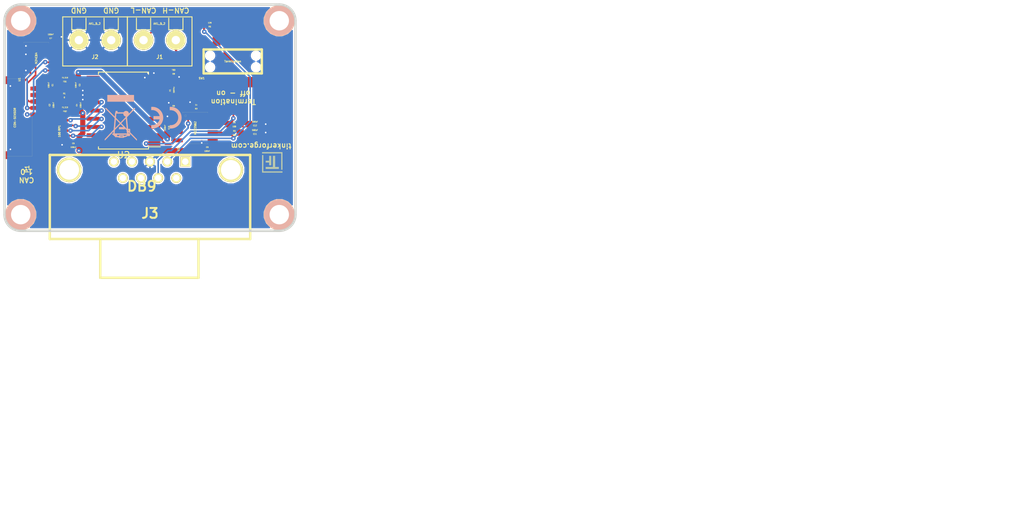
<source format=kicad_pcb>
(kicad_pcb (version 4) (host pcbnew "(2015-03-18 BZR 5525)-product")
  (title_block (title "CAN Bricklet") (date "Di 17 Nov 2015") (rev 1.0) (company "Tinkerforge GmbH") (comment 1 "Licensed under CERN OHL v.1.1") (comment 2 "Copyright (©) 2015, B.Nordmeyer <bastian@tinkerforge.com>"))
  (layers (0 Vorderseite signal) (31 Rückseite signal) (34 B.Paste user) (35 F.Paste user) (36 B.SilkS user) (37 F.SilkS user) (38 B.Mask user) (39 F.Mask user) (44 Edge.Cuts user))
  (net 0 "")
  (net 1 GND)
  (net 2 SCL)
  (net 3 SDA)
  (net 4 VCC)
  (net 5 "Net-(C1-Pad2)")
  (net 6 "Net-(C8-Pad1)")
  (net 7 "Net-(J1-Pad2)")
  (net 8 "Net-(P1-Pad6)")
  (net 9 "Net-(P1-Pad7)")
  (net 10 "Net-(P1-Pad8)")
  (net 11 "Net-(P1-Pad9)")
  (net 12 "Net-(P1-Pad10)")
  (net 13 "Net-(C1-Pad1)")
  (net 14 +5V)
  (net 15 "Net-(C6-Pad1)")
  (net 16 "Net-(C11-Pad1)")
  (net 17 "Net-(C12-Pad1)")
  (net 18 "Net-(J1-Pad1)")
  (net 19 "Net-(R2-Pad2)")
  (net 20 "Net-(U2-Pad1)")
  (net 21 "Net-(U2-Pad2)")
  (net 22 "Net-(RP1-Pad1)")
  (net 23 "Net-(RP1-Pad2)")
  (net 24 "Net-(RP1-Pad3)")
  (net 25 "Net-(RP1-Pad4)")
  (net 26 "Net-(R5-Pad2)")
  (net 27 3V3)
  (module Logo_31x31 (layer Vorderseite) (at 168.3 109.1 180)
    (fp_text reference G*** hide)
    (fp_text value Logo_31x31 hide)
  )
  (module Fiducial_Mark (layer Vorderseite) (at 132.8 85.6)
    (fp_text reference Fiducial_Mark hide)
    (fp_text value VAL** hide)
    (pad 1 smd circle (at 0 0) (size 1.00076 1.00076) (layers Vorderseite F.Mask) (clearance 0.65024))
  )
  (module Fiducial_Mark (layer Vorderseite) (at 167.8 110.6)
    (fp_text reference Fiducial_Mark hide)
    (fp_text value VAL** hide)
    (pad 1 smd circle (at 0 0) (size 1.00076 1.00076) (layers Vorderseite F.Mask) (clearance 0.65024))
  )
  (module Fiducial_Mark (layer Vorderseite) (at 162.8 85.6)
    (fp_text reference Fiducial_Mark hide)
    (fp_text value VAL** hide)
    (pad 1 smd circle (at 0 0) (size 1.00076 1.00076) (layers Vorderseite F.Mask) (clearance 0.65024))
  )
  (module WEEE_7mm (layer Rückseite) (at 143.3 100.6 180)
    (fp_text reference VAL hide)
    (fp_text value WEEE_7mm hide)
  )
  (module CE_5mm (layer Rückseite) (at 150.3 100.6 180)
    (fp_text reference VAL hide)
    (fp_text value CE_5mm hide)
  )
  (module kicad-libraries:AKL_5_2 (layer Vorderseite) (at 149.3 88.6)
    (fp_text reference J1 (at 0 2.60096) (layer F.SilkS) (effects (font (size 0.59944 0.59944) (thickness 0.12446))))
    (fp_text value AKL_5_2 (at -0.0508 -2.55016) (layer F.SilkS) (effects (font (size 0.29972 0.29972) (thickness 0.0762))))
    (pad 1 thru_hole circle (at -2.49936 0) (size 2.99974 2.99974) (drill 1.30048) (layers *.Cu *.Mask F.SilkS) (net 18 "Net-(J1-Pad1)"))
    (pad 2 thru_hole circle (at 2.49936 0) (size 2.99974 2.99974) (drill 1.30048) (layers *.Cu *.Mask F.SilkS) (net 7 "Net-(J1-Pad2)"))
  )
  (module kicad-libraries:AKL_5_2 (layer Vorderseite) (at 139.3 88.6)
    (fp_text reference J2 (at 0 2.60096) (layer F.SilkS) (effects (font (size 0.59944 0.59944) (thickness 0.12446))))
    (fp_text value AKL_5_2 (at -0.0508 -2.55016) (layer F.SilkS) (effects (font (size 0.29972 0.29972) (thickness 0.0762))))
    (pad 1 thru_hole circle (at -2.49936 0) (size 2.99974 2.99974) (drill 1.30048) (layers *.Cu *.Mask F.SilkS) (net 1 GND))
    (pad 2 thru_hole circle (at 2.49936 0) (size 2.99974 2.99974) (drill 1.30048) (layers *.Cu *.Mask F.SilkS) (net 1 GND))
  )
  (module kicad-libraries:SUB09-EU (layer Vorderseite) (at 147.8 107.4 180)
    (fp_text reference J3 (at 0 -8.001 180) (layer F.SilkS) (effects (font (thickness 0.3048))))
    (fp_text value DB9 (at 1.27 -3.81 180) (layer F.SilkS) (effects (font (thickness 0.3048))))
    (pad "" thru_hole circle (at 12.49934 -1.27 180) (size 3.81 3.81) (drill 3.048) (layers *.Cu *.Mask F.SilkS))
    (pad "" thru_hole circle (at -12.49934 -1.27 180) (size 3.81 3.81) (drill 3.048) (layers *.Cu *.Mask F.SilkS))
    (pad 1 thru_hole rect (at -5.461 0 180) (size 1.524 1.524) (drill 1.016) (layers *.Cu *.Mask F.SilkS))
    (pad 2 thru_hole circle (at -2.667 0 180) (size 1.524 1.524) (drill 1.016) (layers *.Cu *.Mask F.SilkS) (net 18 "Net-(J1-Pad1)"))
    (pad 3 thru_hole circle (at 0 0 180) (size 1.524 1.524) (drill 1.016) (layers *.Cu *.Mask F.SilkS) (net 1 GND))
    (pad 4 thru_hole circle (at 2.794 0 180) (size 1.524 1.524) (drill 1.016) (layers *.Cu *.Mask F.SilkS))
    (pad 5 thru_hole circle (at 5.588 0 180) (size 1.524 1.524) (drill 1.016) (layers *.Cu *.Mask F.SilkS))
    (pad 6 thru_hole circle (at -4.064 -2.54 180) (size 1.524 1.524) (drill 1.016) (layers *.Cu *.Mask F.SilkS))
    (pad 7 thru_hole circle (at -1.27 -2.54 180) (size 1.524 1.524) (drill 1.016) (layers *.Cu *.Mask F.SilkS) (net 7 "Net-(J1-Pad2)"))
    (pad 8 thru_hole circle (at 1.397 -2.54 180) (size 1.524 1.524) (drill 1.016) (layers *.Cu *.Mask F.SilkS))
    (pad 9 thru_hole circle (at 4.191 -2.54 180) (size 1.524 1.524) (drill 1.016) (layers *.Cu *.Mask F.SilkS))
  )
  (module kicad-libraries:CON-SENSOR (layer Vorderseite) (at 125.3 100.6 270)
    (fp_text reference P1 (at 7.9502 -3.50012 270) (layer F.SilkS) (effects (font (size 0.59944 0.59944) (thickness 0.12446))))
    (fp_text value CON-SENSOR (at 0 -1.6002 270) (layer F.SilkS) (effects (font (size 0.29972 0.29972) (thickness 0.07112))))
    (pad 1 smd rect (at -4.50088 -4.7752 270) (size 0.59944 1.5494) (layers Vorderseite F.Paste F.Mask) (net 5 "Net-(C1-Pad2)"))
    (pad 2 smd rect (at -3.50012 -4.7752 270) (size 0.59944 1.5494) (layers Vorderseite F.Paste F.Mask) (net 13 "Net-(C1-Pad1)"))
    (pad 3 smd rect (at -2.49936 -4.7752 270) (size 0.59944 1.5494) (layers Vorderseite F.Paste F.Mask) (net 27 3V3))
    (pad 4 smd rect (at -1.50114 -4.7752 270) (size 0.59944 1.5494) (layers Vorderseite F.Paste F.Mask) (net 2 SCL))
    (pad 5 smd rect (at -0.50038 -4.7752 270) (size 0.59944 1.5494) (layers Vorderseite F.Paste F.Mask) (net 3 SDA))
    (pad 6 smd rect (at 0.50038 -4.7752 270) (size 0.59944 1.5494) (layers Vorderseite F.Paste F.Mask) (net 8 "Net-(P1-Pad6)"))
    (pad 7 smd rect (at 1.50114 -4.7752 270) (size 0.59944 1.5494) (layers Vorderseite F.Paste F.Mask) (net 9 "Net-(P1-Pad7)"))
    (pad 8 smd rect (at 2.49936 -4.7752 270) (size 0.59944 1.5494) (layers Vorderseite F.Paste F.Mask) (net 10 "Net-(P1-Pad8)"))
    (pad 9 smd rect (at 3.50012 -4.7752 270) (size 0.59944 1.5494) (layers Vorderseite F.Paste F.Mask) (net 11 "Net-(P1-Pad9)"))
    (pad 10 smd rect (at 4.50088 -4.7752 270) (size 0.59944 1.5494) (layers Vorderseite F.Paste F.Mask) (net 12 "Net-(P1-Pad10)"))
    (pad EP smd rect (at -5.79882 -0.89916 270) (size 1.19888 1.80086) (layers Vorderseite F.Paste F.Mask) (net 1 GND))
    (pad EP smd rect (at 5.79882 -0.89916 270) (size 1.19888 1.80086) (layers Vorderseite F.Paste F.Mask) (net 1 GND))
  )
  (module kicad-libraries:0603X4 (layer Vorderseite) (at 133.8 102.2 270)
    (fp_text reference RP1 (at 0 0 270) (layer F.SilkS) (effects (font (size 0.29972 0.29972) (thickness 0.0762))))
    (fp_text value 100 (at 1.00076 0 270) (layer F.SilkS) (effects (font (size 0.29972 0.29972) (thickness 0.0762))))
    (pad 1 smd rect (at 1.19888 -0.8509 270) (size 0.44958 0.89916) (layers Vorderseite F.Paste F.Mask) (net 22 "Net-(RP1-Pad1)"))
    (pad 2 smd rect (at 0.39878 -0.8509 270) (size 0.44958 0.89916) (layers Vorderseite F.Paste F.Mask) (net 23 "Net-(RP1-Pad2)"))
    (pad 3 smd rect (at -0.39878 -0.8509 270) (size 0.44958 0.89916) (layers Vorderseite F.Paste F.Mask) (net 24 "Net-(RP1-Pad3)"))
    (pad 4 smd rect (at -1.19888 -0.8509 270) (size 0.44958 0.89916) (layers Vorderseite F.Paste F.Mask) (net 25 "Net-(RP1-Pad4)"))
    (pad 5 smd rect (at -1.19888 0.8509 270) (size 0.44958 0.89916) (layers Vorderseite F.Paste F.Mask) (net 9 "Net-(P1-Pad7)"))
    (pad 6 smd rect (at -0.39878 0.8509 270) (size 0.44958 0.89916) (layers Vorderseite F.Paste F.Mask) (net 10 "Net-(P1-Pad8)"))
    (pad 7 smd rect (at 0.39878 0.8509 270) (size 0.44958 0.89916) (layers Vorderseite F.Paste F.Mask) (net 11 "Net-(P1-Pad9)"))
    (pad 8 smd rect (at 1.19888 0.8509 270) (size 0.44958 0.89916) (layers Vorderseite F.Paste F.Mask) (net 12 "Net-(P1-Pad10)"))
  )
  (module kicad-libraries:SOIC8 (layer Vorderseite) (at 130.2 91.4 270)
    (fp_text reference U1 (at 3.29946 2.60096 270) (layer F.SilkS) (effects (font (size 0.29972 0.29972) (thickness 0.0762))))
    (fp_text value M24C64 (at 0 0 270) (layer F.SilkS) (effects (font (size 0.29972 0.29972) (thickness 0.0762))))
    (pad 1 smd rect (at -1.90246 2.69748 90) (size 0.59944 1.5494) (layers Vorderseite F.Paste F.Mask) (net 1 GND))
    (pad 2 smd rect (at -0.63246 2.69748 90) (size 0.59944 1.5494) (layers Vorderseite F.Paste F.Mask) (net 1 GND))
    (pad 3 smd rect (at 0.63246 2.69748 90) (size 0.59944 1.5494) (layers Vorderseite F.Paste F.Mask) (net 8 "Net-(P1-Pad6)"))
    (pad 4 smd rect (at 1.90246 2.69748 90) (size 0.59944 1.5494) (layers Vorderseite F.Paste F.Mask) (net 1 GND))
    (pad 5 smd rect (at 1.90246 -2.69748 270) (size 0.59944 1.5494) (layers Vorderseite F.Paste F.Mask) (net 3 SDA))
    (pad 6 smd rect (at 0.63246 -2.69748 270) (size 0.59944 1.5494) (layers Vorderseite F.Paste F.Mask) (net 2 SCL))
    (pad 7 smd rect (at -0.63246 -2.69748 270) (size 0.59944 1.5494) (layers Vorderseite F.Paste F.Mask))
    (pad 8 smd rect (at -1.90246 -2.69748 270) (size 0.59944 1.5494) (layers Vorderseite F.Paste F.Mask) (net 27 3V3))
  )
  (module kicad-libraries:SOIC-18 (layer Vorderseite) (at 143.7 99.5 180)
    (fp_text reference U2 (at 0 -6.875 180) (layer F.SilkS))
    (fp_text value MCP2515)
    (pad 1 smd rect (at -4.7 -5.08 180) (size 2 0.6) (layers Vorderseite F.Paste F.Mask) (net 20 "Net-(U2-Pad1)"))
    (pad 2 smd rect (at -4.7 -3.81 180) (size 2 0.6) (layers Vorderseite F.Paste F.Mask) (net 21 "Net-(U2-Pad2)"))
    (pad 3 smd rect (at -4.7 -2.54 180) (size 2 0.6) (layers Vorderseite F.Paste F.Mask))
    (pad 4 smd rect (at -4.7 -1.27 180) (size 2 0.6) (layers Vorderseite F.Paste F.Mask))
    (pad 5 smd rect (at -4.7 0 180) (size 2 0.6) (layers Vorderseite F.Paste F.Mask))
    (pad 6 smd rect (at -4.7 1.27 180) (size 2 0.6) (layers Vorderseite F.Paste F.Mask))
    (pad 7 smd rect (at -4.7 2.54 180) (size 2 0.6) (layers Vorderseite F.Paste F.Mask) (net 15 "Net-(C6-Pad1)"))
    (pad 8 smd rect (at -4.7 3.81 180) (size 2 0.6) (layers Vorderseite F.Paste F.Mask) (net 6 "Net-(C8-Pad1)"))
    (pad 9 smd rect (at -4.7 5.08 180) (size 2 0.6) (layers Vorderseite F.Paste F.Mask) (net 1 GND))
    (pad 10 smd rect (at 4.7 5.08 180) (size 2 0.6) (layers Vorderseite F.Paste F.Mask))
    (pad 11 smd rect (at 4.7 3.81 180) (size 2 0.6) (layers Vorderseite F.Paste F.Mask))
    (pad 12 smd rect (at 4.7 2.54 180) (size 2 0.6) (layers Vorderseite F.Paste F.Mask))
    (pad 13 smd rect (at 4.7 1.27 180) (size 2 0.6) (layers Vorderseite F.Paste F.Mask) (net 25 "Net-(RP1-Pad4)"))
    (pad 14 smd rect (at 4.7 0 180) (size 2 0.6) (layers Vorderseite F.Paste F.Mask) (net 24 "Net-(RP1-Pad3)"))
    (pad 15 smd rect (at 4.7 -1.27 180) (size 2 0.6) (layers Vorderseite F.Paste F.Mask) (net 23 "Net-(RP1-Pad2)"))
    (pad 16 smd rect (at 4.7 -2.54 180) (size 2 0.6) (layers Vorderseite F.Paste F.Mask) (net 22 "Net-(RP1-Pad1)"))
    (pad 17 smd rect (at 4.7 -3.81 180) (size 2 0.6) (layers Vorderseite F.Paste F.Mask))
    (pad 18 smd rect (at 4.7 -5.08 180) (size 2 0.6) (layers Vorderseite F.Paste F.Mask) (net 4 VCC))
  )
  (module kicad-libraries:SOIC8 (layer Vorderseite) (at 154.8 102.2 270)
    (fp_text reference U3 (at 3.29946 2.60096 270) (layer F.SilkS) (effects (font (size 0.29972 0.29972) (thickness 0.0762))))
    (fp_text value MCP2562 (at 0 0 270) (layer F.SilkS) (effects (font (size 0.29972 0.29972) (thickness 0.0762))))
    (pad 1 smd rect (at -1.90246 2.69748 90) (size 0.59944 1.5494) (layers Vorderseite F.Paste F.Mask) (net 20 "Net-(U2-Pad1)"))
    (pad 2 smd rect (at -0.63246 2.69748 90) (size 0.59944 1.5494) (layers Vorderseite F.Paste F.Mask) (net 1 GND))
    (pad 3 smd rect (at 0.63246 2.69748 90) (size 0.59944 1.5494) (layers Vorderseite F.Paste F.Mask) (net 14 +5V))
    (pad 4 smd rect (at 1.90246 2.69748 90) (size 0.59944 1.5494) (layers Vorderseite F.Paste F.Mask) (net 21 "Net-(U2-Pad2)"))
    (pad 5 smd rect (at 1.90246 -2.69748 270) (size 0.59944 1.5494) (layers Vorderseite F.Paste F.Mask) (net 4 VCC))
    (pad 6 smd rect (at 0.63246 -2.69748 270) (size 0.59944 1.5494) (layers Vorderseite F.Paste F.Mask) (net 18 "Net-(J1-Pad1)"))
    (pad 7 smd rect (at -0.63246 -2.69748 270) (size 0.59944 1.5494) (layers Vorderseite F.Paste F.Mask) (net 7 "Net-(J1-Pad2)"))
    (pad 8 smd rect (at -1.90246 -2.69748 270) (size 0.59944 1.5494) (layers Vorderseite F.Paste F.Mask) (net 19 "Net-(R2-Pad2)"))
  )
  (module kicad-libraries:DRILL_NP (layer Vorderseite) (at 167.8 115.6 90)
    (fp_text reference U4 hide)
    (fp_text value DRILL hide)
    (pad "" np_thru_hole circle (at 0 0 90) (size 2.99974 2.99974) (drill 2.99974) (layers *.Cu *.Mask F.SilkS) (clearance 0.89916))
  )
  (module kicad-libraries:DRILL_NP (layer Vorderseite) (at 167.8 85.6)
    (fp_text reference U5 hide)
    (fp_text value DRILL hide)
    (pad "" np_thru_hole circle (at 0 0) (size 2.99974 2.99974) (drill 2.99974) (layers *.Cu *.Mask F.SilkS) (clearance 0.89916))
  )
  (module kicad-libraries:DRILL_NP (layer Vorderseite) (at 127.8 115.6 90)
    (fp_text reference U6 hide)
    (fp_text value DRILL hide)
    (pad "" np_thru_hole circle (at 0 0 90) (size 2.99974 2.99974) (drill 2.99974) (layers *.Cu *.Mask F.SilkS) (clearance 0.89916))
  )
  (module kicad-libraries:DRILL_NP (layer Vorderseite) (at 127.8 85.6)
    (fp_text reference U7 hide)
    (fp_text value DRILL hide)
    (pad "" np_thru_hole circle (at 0 0) (size 2.99974 2.99974) (drill 2.99974) (layers *.Cu *.Mask F.SilkS) (clearance 0.89916))
  )
  (module kicad-libraries:CRYSTAL_3225 (layer Vorderseite) (at 151.5 96.3 90)
    (fp_text reference X1 (at -0.1 -0.6 90) (layer F.SilkS) (effects (font (size 0.2 0.2) (thickness 0.05))))
    (fp_text value 16MHz (at 0 0 90) (layer F.SilkS) (effects (font (size 0.2 0.2) (thickness 0.05))))
    (pad 3 smd rect (at -1.09982 -0.8001 90) (size 1.39954 1.15062) (layers Vorderseite F.Paste F.Mask) (net 1 GND))
    (pad 2 smd rect (at 1.09982 -0.8001 90) (size 1.39954 1.15062) (layers Vorderseite F.Paste F.Mask) (net 6 "Net-(C8-Pad1)"))
    (pad 1 smd rect (at -1.09982 0.8001 90) (size 1.39954 1.15062) (layers Vorderseite F.Paste F.Mask) (net 15 "Net-(C6-Pad1)"))
    (pad 3 smd rect (at 1.09982 0.8001 90) (size 1.39954 1.15062) (layers Vorderseite F.Paste F.Mask) (net 1 GND))
  )
  (module kicad-libraries:SLIDE_SWITCH (layer Vorderseite) (at 160.6 91.9)
    (fp_text reference SW1 (at -4.79806 2.60096) (layer F.SilkS) (effects (font (size 0.29972 0.29972) (thickness 0.0762))))
    (fp_text value Termination (at 0 0) (layer F.SilkS) (effects (font (size 0.29972 0.29972) (thickness 0.0762))))
    (pad 6 smd rect (at -2.49936 -3.2004) (size 1.19888 1.6002) (layers Vorderseite F.Paste F.Mask))
    (pad 5 smd rect (at 0 -3.2004) (size 1.19888 1.6002) (layers Vorderseite F.Paste F.Mask))
    (pad 4 smd rect (at 2.49936 -3.2004) (size 1.19888 1.6002) (layers Vorderseite F.Paste F.Mask))
    (pad 3 smd rect (at 2.49936 3.2004) (size 1.19888 1.6002) (layers Vorderseite F.Paste F.Mask))
    (pad 2 smd rect (at 0 3.2004) (size 1.19888 1.6002) (layers Vorderseite F.Paste F.Mask) (net 26 "Net-(R5-Pad2)"))
    (pad 1 smd rect (at -2.49936 3.2004) (size 1.19888 1.6002) (layers Vorderseite F.Paste F.Mask) (net 7 "Net-(J1-Pad2)"))
    (pad "" np_thru_hole circle (at -3.5 -0.9) (size 1.2 1.2) (drill 1.2) (layers *.Cu *.Mask F.SilkS))
    (pad "" np_thru_hole circle (at -3.5 0.9) (size 1.2 1.2) (drill 1.2) (layers *.Cu *.Mask F.SilkS))
    (pad "" np_thru_hole circle (at 3.6 -0.9) (size 1.2 1.2) (drill 1.2) (layers *.Cu *.Mask F.SilkS))
    (pad "" np_thru_hole circle (at 3.6 0.9) (size 1.2 1.2) (drill 1.2) (layers *.Cu *.Mask F.SilkS))
  )
  (module kicad-libraries:0603E (layer Vorderseite) (at 132.5 95.6 90)
    (fp_text reference C1 (at 0.05 0.225 90) (layer F.SilkS) (effects (font (size 0.2 0.2) (thickness 0.05))))
    (fp_text value 100nF (at 0.05 -0.375 90) (layer F.SilkS) (effects (font (size 0.2 0.2) (thickness 0.05))))
    (pad 1 smd rect (at -0.8501 0 90) (size 1.1 1) (layers Vorderseite F.Paste F.Mask) (net 13 "Net-(C1-Pad1)"))
    (pad 2 smd rect (at 0.8501 0 90) (size 1.1 1) (layers Vorderseite F.Paste F.Mask) (net 5 "Net-(C1-Pad2)"))
  )
  (module kicad-libraries:0603E (layer Vorderseite) (at 132.5 98.6 270)
    (fp_text reference C2 (at 0.05 0.225 270) (layer F.SilkS) (effects (font (size 0.2 0.2) (thickness 0.05))))
    (fp_text value 100nF (at 0.05 -0.375 270) (layer F.SilkS) (effects (font (size 0.2 0.2) (thickness 0.05))))
    (pad 1 smd rect (at -0.8501 0 270) (size 1.1 1) (layers Vorderseite F.Paste F.Mask) (net 13 "Net-(C1-Pad1)"))
    (pad 2 smd rect (at 0.8501 0 270) (size 1.1 1) (layers Vorderseite F.Paste F.Mask) (net 27 3V3))
  )
  (module kicad-libraries:0603E (layer Vorderseite) (at 136.7 95.6 90)
    (fp_text reference C3 (at 0.05 0.225 90) (layer F.SilkS) (effects (font (size 0.2 0.2) (thickness 0.05))))
    (fp_text value 100nF (at 0.05 -0.375 90) (layer F.SilkS) (effects (font (size 0.2 0.2) (thickness 0.05))))
    (pad 1 smd rect (at -0.8501 0 90) (size 1.1 1) (layers Vorderseite F.Paste F.Mask) (net 1 GND))
    (pad 2 smd rect (at 0.8501 0 90) (size 1.1 1) (layers Vorderseite F.Paste F.Mask) (net 14 +5V))
  )
  (module kicad-libraries:0603E (layer Vorderseite) (at 136.7 98.6 270)
    (fp_text reference C4 (at 0.05 0.225 270) (layer F.SilkS) (effects (font (size 0.2 0.2) (thickness 0.05))))
    (fp_text value 100nF (at 0.05 -0.375 270) (layer F.SilkS) (effects (font (size 0.2 0.2) (thickness 0.05))))
    (pad 1 smd rect (at -0.8501 0 270) (size 1.1 1) (layers Vorderseite F.Paste F.Mask) (net 1 GND))
    (pad 2 smd rect (at 0.8501 0 270) (size 1.1 1) (layers Vorderseite F.Paste F.Mask) (net 4 VCC))
  )
  (module kicad-libraries:0603E (layer Vorderseite) (at 136 104.8 180)
    (fp_text reference C5 (at 0.05 0.225 180) (layer F.SilkS) (effects (font (size 0.2 0.2) (thickness 0.05))))
    (fp_text value 100nF (at 0.05 -0.375 180) (layer F.SilkS) (effects (font (size 0.2 0.2) (thickness 0.05))))
    (pad 1 smd rect (at -0.8501 0 180) (size 1.1 1) (layers Vorderseite F.Paste F.Mask) (net 4 VCC))
    (pad 2 smd rect (at 0.8501 0 180) (size 1.1 1) (layers Vorderseite F.Paste F.Mask) (net 1 GND))
  )
  (module kicad-libraries:0603E (layer Vorderseite) (at 151.5 99 180)
    (fp_text reference C6 (at 0.05 0.225 180) (layer F.SilkS) (effects (font (size 0.2 0.2) (thickness 0.05))))
    (fp_text value TBD (at 0.05 -0.375 180) (layer F.SilkS) (effects (font (size 0.2 0.2) (thickness 0.05))))
    (pad 1 smd rect (at -0.8501 0 180) (size 1.1 1) (layers Vorderseite F.Paste F.Mask) (net 15 "Net-(C6-Pad1)"))
    (pad 2 smd rect (at 0.8501 0 180) (size 1.1 1) (layers Vorderseite F.Paste F.Mask) (net 1 GND))
  )
  (module kicad-libraries:0603E (layer Vorderseite) (at 132.4 88.1)
    (fp_text reference C7 (at 0.05 0.225) (layer F.SilkS) (effects (font (size 0.2 0.2) (thickness 0.05))))
    (fp_text value 100nF (at 0.05 -0.375) (layer F.SilkS) (effects (font (size 0.2 0.2) (thickness 0.05))))
    (pad 1 smd rect (at -0.8501 0) (size 1.1 1) (layers Vorderseite F.Paste F.Mask) (net 27 3V3))
    (pad 2 smd rect (at 0.8501 0) (size 1.1 1) (layers Vorderseite F.Paste F.Mask) (net 1 GND))
  )
  (module kicad-libraries:0603E (layer Vorderseite) (at 151.4 93.6)
    (fp_text reference C8 (at 0.05 0.225) (layer F.SilkS) (effects (font (size 0.2 0.2) (thickness 0.05))))
    (fp_text value TBD (at 0.05 -0.375) (layer F.SilkS) (effects (font (size 0.2 0.2) (thickness 0.05))))
    (pad 1 smd rect (at -0.8501 0) (size 1.1 1) (layers Vorderseite F.Paste F.Mask) (net 6 "Net-(C8-Pad1)"))
    (pad 2 smd rect (at 0.8501 0) (size 1.1 1) (layers Vorderseite F.Paste F.Mask) (net 1 GND))
  )
  (module kicad-libraries:0603E (layer Vorderseite) (at 156.7 105.4 180)
    (fp_text reference C9 (at 0.05 0.225 180) (layer F.SilkS) (effects (font (size 0.2 0.2) (thickness 0.05))))
    (fp_text value 100nF (at 0.05 -0.375 180) (layer F.SilkS) (effects (font (size 0.2 0.2) (thickness 0.05))))
    (pad 1 smd rect (at -0.8501 0 180) (size 1.1 1) (layers Vorderseite F.Paste F.Mask) (net 4 VCC))
    (pad 2 smd rect (at 0.8501 0 180) (size 1.1 1) (layers Vorderseite F.Paste F.Mask) (net 1 GND))
  )
  (module kicad-libraries:0603E (layer Vorderseite) (at 150.5 102.2 90)
    (fp_text reference C10 (at 0.05 0.225 90) (layer F.SilkS) (effects (font (size 0.2 0.2) (thickness 0.05))))
    (fp_text value 100nF (at 0.05 -0.375 90) (layer F.SilkS) (effects (font (size 0.2 0.2) (thickness 0.05))))
    (pad 1 smd rect (at -0.8501 0 90) (size 1.1 1) (layers Vorderseite F.Paste F.Mask) (net 14 +5V))
    (pad 2 smd rect (at 0.8501 0 90) (size 1.1 1) (layers Vorderseite F.Paste F.Mask) (net 1 GND))
  )
  (module kicad-libraries:0603E (layer Vorderseite) (at 164 102.9)
    (fp_text reference C11 (at 0.05 0.225) (layer F.SilkS) (effects (font (size 0.2 0.2) (thickness 0.05))))
    (fp_text value 560pF (at 0.05 -0.375) (layer F.SilkS) (effects (font (size 0.2 0.2) (thickness 0.05))))
    (pad 1 smd rect (at -0.8501 0) (size 1.1 1) (layers Vorderseite F.Paste F.Mask) (net 16 "Net-(C11-Pad1)"))
    (pad 2 smd rect (at 0.8501 0) (size 1.1 1) (layers Vorderseite F.Paste F.Mask) (net 1 GND))
  )
  (module kicad-libraries:0603E (layer Vorderseite) (at 164 101.6)
    (fp_text reference C12 (at 0.05 0.225) (layer F.SilkS) (effects (font (size 0.2 0.2) (thickness 0.05))))
    (fp_text value 560pF (at 0.05 -0.375) (layer F.SilkS) (effects (font (size 0.2 0.2) (thickness 0.05))))
    (pad 1 smd rect (at -0.8501 0) (size 1.1 1) (layers Vorderseite F.Paste F.Mask) (net 17 "Net-(C12-Pad1)"))
    (pad 2 smd rect (at 0.8501 0) (size 1.1 1) (layers Vorderseite F.Paste F.Mask) (net 1 GND))
  )
  (module kicad-libraries:0603E (layer Vorderseite) (at 134.6 94.8)
    (fp_text reference FB1 (at 0.05 0.225) (layer F.SilkS) (effects (font (size 0.2 0.2) (thickness 0.05))))
    (fp_text value FILTER (at 0.05 -0.375) (layer F.SilkS) (effects (font (size 0.2 0.2) (thickness 0.05))))
    (pad 1 smd rect (at -0.8501 0) (size 1.1 1) (layers Vorderseite F.Paste F.Mask) (net 5 "Net-(C1-Pad2)"))
    (pad 2 smd rect (at 0.8501 0) (size 1.1 1) (layers Vorderseite F.Paste F.Mask) (net 14 +5V))
  )
  (module kicad-libraries:0603E (layer Vorderseite) (at 134.6 99.4)
    (fp_text reference FB2 (at 0.05 0.225) (layer F.SilkS) (effects (font (size 0.2 0.2) (thickness 0.05))))
    (fp_text value FILTER (at 0.05 -0.375) (layer F.SilkS) (effects (font (size 0.2 0.2) (thickness 0.05))))
    (pad 1 smd rect (at -0.8501 0) (size 1.1 1) (layers Vorderseite F.Paste F.Mask) (net 27 3V3))
    (pad 2 smd rect (at 0.8501 0) (size 1.1 1) (layers Vorderseite F.Paste F.Mask) (net 4 VCC))
  )
  (module kicad-libraries:0603E (layer Vorderseite) (at 134.6 97.1 180)
    (fp_text reference R1 (at 0.05 0.225 180) (layer F.SilkS) (effects (font (size 0.2 0.2) (thickness 0.05))))
    (fp_text value 0 (at 0.05 -0.375 180) (layer F.SilkS) (effects (font (size 0.2 0.2) (thickness 0.05))))
    (pad 1 smd rect (at -0.8501 0 180) (size 1.1 1) (layers Vorderseite F.Paste F.Mask) (net 1 GND))
    (pad 2 smd rect (at 0.8501 0 180) (size 1.1 1) (layers Vorderseite F.Paste F.Mask) (net 13 "Net-(C1-Pad1)"))
  )
  (module kicad-libraries:0603E (layer Vorderseite) (at 154.9 99)
    (fp_text reference R2 (at 0.05 0.225) (layer F.SilkS) (effects (font (size 0.2 0.2) (thickness 0.05))))
    (fp_text value 1k (at 0.05 -0.375) (layer F.SilkS) (effects (font (size 0.2 0.2) (thickness 0.05))))
    (pad 1 smd rect (at -0.8501 0) (size 1.1 1) (layers Vorderseite F.Paste F.Mask) (net 1 GND))
    (pad 2 smd rect (at 0.8501 0) (size 1.1 1) (layers Vorderseite F.Paste F.Mask) (net 19 "Net-(R2-Pad2)"))
  )
  (module kicad-libraries:0603E (layer Vorderseite) (at 160.9 102.9 180)
    (fp_text reference R3 (at 0.05 0.225 180) (layer F.SilkS) (effects (font (size 0.2 0.2) (thickness 0.05))))
    (fp_text value 100 (at 0.05 -0.375 180) (layer F.SilkS) (effects (font (size 0.2 0.2) (thickness 0.05))))
    (pad 1 smd rect (at -0.8501 0 180) (size 1.1 1) (layers Vorderseite F.Paste F.Mask) (net 16 "Net-(C11-Pad1)"))
    (pad 2 smd rect (at 0.8501 0 180) (size 1.1 1) (layers Vorderseite F.Paste F.Mask) (net 18 "Net-(J1-Pad1)"))
  )
  (module kicad-libraries:0603E (layer Vorderseite) (at 160.9 101.6 180)
    (fp_text reference R4 (at 0.05 0.225 180) (layer F.SilkS) (effects (font (size 0.2 0.2) (thickness 0.05))))
    (fp_text value 100 (at 0.05 -0.375 180) (layer F.SilkS) (effects (font (size 0.2 0.2) (thickness 0.05))))
    (pad 1 smd rect (at -0.8501 0 180) (size 1.1 1) (layers Vorderseite F.Paste F.Mask) (net 17 "Net-(C12-Pad1)"))
    (pad 2 smd rect (at 0.8501 0 180) (size 1.1 1) (layers Vorderseite F.Paste F.Mask) (net 7 "Net-(J1-Pad2)"))
  )
  (module kicad-libraries:0603E (layer Vorderseite) (at 157 86.3)
    (fp_text reference R5 (at 0.05 0.225) (layer F.SilkS) (effects (font (size 0.2 0.2) (thickness 0.05))))
    (fp_text value 120 (at 0.05 -0.375) (layer F.SilkS) (effects (font (size 0.2 0.2) (thickness 0.05))))
    (pad 1 smd rect (at -0.8501 0) (size 1.1 1) (layers Vorderseite F.Paste F.Mask) (net 18 "Net-(J1-Pad1)"))
    (pad 2 smd rect (at 0.8501 0) (size 1.1 1) (layers Vorderseite F.Paste F.Mask) (net 26 "Net-(R5-Pad2)"))
  )
  (gr_text "Termination\noff - on" (at 160.7 97.5 180) (layer F.SilkS) (effects (font (size 0.8 0.8))))
  (gr_text CAN-H (at 151.8 84 180) (layer F.SilkS) (effects (font (size 0.8 0.8))))
  (gr_text CAN-L (at 146.8 84 180) (layer F.SilkS) (effects (font (size 0.8 0.8))))
  (gr_text GND (at 141.8 84 180) (layer F.SilkS) (effects (font (size 0.8 0.8))))
  (gr_text GND (at 136.8 84 180) (layer F.SilkS) (effects (font (size 0.8 0.8))))
  (gr_line (start 170.3 85.6) (end 170.3 115.6) (angle 90) (layer Edge.Cuts) (width 0.381))
  (gr_line (start 127.8 83.1) (end 167.8 83.1) (angle 90) (layer Edge.Cuts) (width 0.381))
  (gr_line (start 125.3 115.6) (end 125.3 85.6) (angle 90) (layer Edge.Cuts) (width 0.381))
  (gr_line (start 167.8 118.1) (end 127.8 118.1) (angle 90) (layer Edge.Cuts) (width 0.381))
  (gr_arc (start 167.8 115.6) (end 170.3 115.6) (angle 90) (layer Edge.Cuts) (width 0.381))
  (gr_arc (start 167.8 85.6) (end 167.8 83.1) (angle 90) (layer Edge.Cuts) (width 0.381))
  (gr_arc (start 127.8 85.6) (end 125.3 85.6) (angle 90) (layer Edge.Cuts) (width 0.381))
  (gr_arc (start 127.8 115.6) (end 127.8 118.1) (angle 90) (layer Edge.Cuts) (width 0.381))
  (gr_text tinkerforge.com (at 165 105 180) (layer F.SilkS) (effects (font (size 0.8001 0.8001) (thickness 0.14986))))
  (gr_text "CAN\n1.0" (at 128.7 109.6 180) (layer F.SilkS) (effects (font (size 0.8001 0.8001) (thickness 0.14986))))
  (segment (start 150.71764 101.56754) (end 150.5 101.3499) (width 0.8001) (layer Vorderseite) (net 1))
  (segment (start 152.10252 101.56754) (end 150.71764 101.56754) (width 0.8001) (layer Vorderseite) (net 1))
  (segment (start 150.6999 98.2999) (end 150.6999 97.39982) (width 0.8001) (layer Vorderseite) (net 1))
  (segment (start 150.6999 98.2999) (end 150.7 98.3) (width 0.8001) (layer Vorderseite) (net 1))
  (segment (start 150.6499 98.3501) (end 150.7 98.3) (width 0.8001) (layer Vorderseite) (net 1))
  (segment (start 150.6499 99) (end 150.6499 98.3501) (width 0.8001) (layer Vorderseite) (net 1))
  (segment (start 152.3001 94.3001) (end 152.3001 95.20018) (width 0.8001) (layer Vorderseite) (net 1))
  (segment (start 152.3001 94.3001) (end 152.3 94.3) (width 0.8001) (layer Vorderseite) (net 1))
  (segment (start 152.2501 94.2501) (end 152.3 94.3) (width 0.8001) (layer Vorderseite) (net 1))
  (segment (start 152.2501 93.6) (end 152.2501 94.2501) (width 0.8001) (layer Vorderseite) (net 1))
  (segment (start 147.02 94.42) (end 147 94.4) (width 0.8001) (layer Vorderseite) (net 1))
  (via (at 147 94.4) (size 0.70104) (layers Vorderseite Rückseite) (net 1))
  (segment (start 148.4 94.42) (end 147.02 94.42) (width 0.8001) (layer Vorderseite) (net 1))
  (segment (start 148.4 94.42) (end 148.22 94.42) (width 0.8001) (layer Vorderseite) (net 1))
  (segment (start 136.7 97.7499) (end 136.7 97.1) (width 0.8001) (layer Vorderseite) (net 1))
  (segment (start 136.7 97.1) (end 135.4501 97.1) (width 0.8001) (layer Vorderseite) (net 1))
  (via (at 137.4 97.1) (size 0.70104) (layers Vorderseite Rückseite) (net 1))
  (segment (start 136.7 97.1) (end 137.4 97.1) (width 0.8001) (layer Vorderseite) (net 1))
  (segment (start 136.7 96.4501) (end 136.7 97.1) (width 0.8001) (layer Vorderseite) (net 1))
  (segment (start 146.89936 93.7) (end 141.79936 88.6) (width 0.25) (layer Rückseite) (net 1))
  (segment (start 148.22 94.42) (end 147.5 93.7) (width 0.8001) (layer Vorderseite) (net 1))
  (via (at 147.5 93.7) (size 0.70104) (layers Vorderseite Rückseite) (net 1))
  (segment (start 147.5 93.7) (end 146.89936 93.7) (width 0.25) (layer Rückseite) (net 1))
  (segment (start 151.7 93.7) (end 152.3 94.3) (width 0.25) (layer Rückseite) (net 1))
  (segment (start 148.4 94.42) (end 148.4 93.7) (width 0.8001) (layer Vorderseite) (net 1))
  (via (at 148.4 93.7) (size 0.70104) (layers Vorderseite Rückseite) (net 1))
  (via (at 152.3 94.3) (size 0.70104) (layers Vorderseite Rückseite) (net 1))
  (segment (start 148.4 93.7) (end 151.7 93.7) (width 0.25) (layer Rückseite) (net 1))
  (segment (start 152.3 96.5) (end 154 98.2) (width 0.25) (layer Rückseite) (net 1))
  (segment (start 154.0499 98.2499) (end 154.0499 99) (width 0.8001) (layer Vorderseite) (net 1))
  (via (at 154 98.2) (size 0.70104) (layers Vorderseite Rückseite) (net 1))
  (segment (start 154.0499 98.2499) (end 154 98.2) (width 0.8001) (layer Vorderseite) (net 1))
  (segment (start 152.3 94.3) (end 152.3 96.5) (width 0.25) (layer Rückseite) (net 1))
  (via (at 150.7 98.3) (size 0.70104) (layers Vorderseite Rückseite) (net 1))
  (segment (start 150.8 98.2) (end 150.7 98.3) (width 0.25) (layer Rückseite) (net 1))
  (segment (start 154 98.2) (end 150.8 98.2) (width 0.25) (layer Rückseite) (net 1))
  (segment (start 150.5 98.5) (end 150.7 98.3) (width 0.25) (layer Rückseite) (net 1))
  (segment (start 150.5 101.3499) (end 150.5 100.4) (width 0.8001) (layer Vorderseite) (net 1))
  (via (at 150.5 100.4) (size 0.70104) (layers Vorderseite Rückseite) (net 1))
  (segment (start 150.5 100.4) (end 150.5 98.5) (width 0.25) (layer Rückseite) (net 1))
  (via (at 155.8 104.5) (size 0.70104) (layers Vorderseite Rückseite) (net 1))
  (segment (start 155.8499 105.4) (end 155.8499 104.5499) (width 0.8001) (layer Vorderseite) (net 1))
  (segment (start 155.8499 104.5499) (end 155.8 104.5) (width 0.8001) (layer Vorderseite) (net 1))
  (segment (start 147.8 111.2) (end 147.8 107.4) (width 0.25) (layer Rückseite) (net 1))
  (segment (start 149.2 112.6) (end 147.8 111.2) (width 0.25) (layer Rückseite) (net 1))
  (segment (start 153.7 112.6) (end 149.2 112.6) (width 0.25) (layer Rückseite) (net 1))
  (segment (start 155.8 110.5) (end 153.7 112.6) (width 0.25) (layer Rückseite) (net 1))
  (segment (start 155.8 104.5) (end 155.8 110.5) (width 0.25) (layer Rückseite) (net 1))
  (segment (start 147.6 107.4) (end 147.8 107.4) (width 0.25) (layer Rückseite) (net 1))
  (segment (start 145 104.8) (end 147.6 107.4) (width 0.25) (layer Rückseite) (net 1))
  (segment (start 135.1499 104.8) (end 134.2 104.8) (width 0.8001) (layer Vorderseite) (net 1))
  (via (at 134.2 104.8) (size 0.70104) (layers Vorderseite Rückseite) (net 1))
  (segment (start 134.2 104.8) (end 145 104.8) (width 0.25) (layer Rückseite) (net 1))
  (segment (start 134.2 98.9) (end 135.3 97.8) (width 0.25) (layer Rückseite) (net 1))
  (segment (start 135.3 97.8) (end 137.4 97.8) (width 0.25) (layer Rückseite) (net 1))
  (segment (start 137.4 97.8) (end 136.7 97.1) (width 0.8001) (layer Vorderseite) (net 1))
  (via (at 137.4 97.8) (size 0.70104) (layers Vorderseite Rückseite) (net 1))
  (segment (start 134.2 104.8) (end 134.2 98.9) (width 0.25) (layer Rückseite) (net 1))
  (segment (start 136.80064 88.6) (end 141.79936 88.6) (width 0.25) (layer Rückseite) (net 1))
  (via (at 137.4 96.4) (size 0.70104) (layers Vorderseite Rückseite) (net 1))
  (segment (start 137.3499 96.4501) (end 136.7 96.4501) (width 0.8001) (layer Vorderseite) (net 1))
  (segment (start 137.3499 96.4501) (end 137.4 96.4) (width 0.8001) (layer Vorderseite) (net 1))
  (segment (start 134.6 93.6) (end 137.4 96.4) (width 0.25) (layer Rückseite) (net 1))
  (segment (start 134.6 90.80064) (end 134.6 93.6) (width 0.25) (layer Rückseite) (net 1))
  (segment (start 136.80064 88.6) (end 134.6 90.80064) (width 0.25) (layer Rückseite) (net 1))
  (segment (start 127.50252 89.49754) (end 127.50498 89.5) (width 0.8001) (layer Vorderseite) (net 1))
  (segment (start 127.50252 90.76754) (end 127.53498 90.8) (width 0.8001) (layer Vorderseite) (net 1))
  (segment (start 127.50252 93.30246) (end 127.50498 93.3) (width 0.8001) (layer Vorderseite) (net 1))
  (segment (start 165.7 102.9) (end 164.8501 102.9) (width 0.8001) (layer Vorderseite) (net 1))
  (via (at 165.7 102.9) (size 0.70104) (layers Vorderseite Rückseite) (net 1))
  (segment (start 164.8501 101.6) (end 165.7 101.6) (width 0.8001) (layer Vorderseite) (net 1))
  (via (at 165.7 101.6) (size 0.70104) (layers Vorderseite Rückseite) (net 1))
  (segment (start 165.7 101.6) (end 165.7 102.9) (width 0.25) (layer Rückseite) (net 1))
  (segment (start 164.1 104.5) (end 155.8 104.5) (width 0.25) (layer Rückseite) (net 1))
  (segment (start 165.7 102.9) (end 164.1 104.5) (width 0.25) (layer Rückseite) (net 1))
  (segment (start 128.6 90.8) (end 127.53498 90.8) (width 0.8001) (layer Vorderseite) (net 1))
  (via (at 128.6 90.8) (size 0.70104) (layers Vorderseite Rückseite) (net 1))
  (segment (start 127.50498 89.5) (end 128.6 89.5) (width 0.8001) (layer Vorderseite) (net 1))
  (via (at 128.6 89.5) (size 0.70104) (layers Vorderseite Rückseite) (net 1))
  (segment (start 128.6 89.5) (end 128.6 90.8) (width 0.25) (layer Rückseite) (net 1))
  (segment (start 128.6 93.3) (end 127.50498 93.3) (width 0.8001) (layer Vorderseite) (net 1))
  (via (at 128.6 93.3) (size 0.70104) (layers Vorderseite Rückseite) (net 1))
  (segment (start 128.6 90.8) (end 128.6 93.3) (width 0.25) (layer Rückseite) (net 1))
  (segment (start 126.19916 95.69916) (end 126.2 95.7) (width 0.25) (layer Vorderseite) (net 1))
  (via (at 126.2 95.7) (size 0.70104) (layers Vorderseite Rückseite) (net 1))
  (segment (start 126.2 95.7) (end 126.2 105.5) (width 0.25) (layer Rückseite) (net 1))
  (via (at 126.2 105.5) (size 0.70104) (layers Vorderseite Rückseite) (net 1))
  (segment (start 126.2 105.5) (end 126.19916 105.50084) (width 0.25) (layer Vorderseite) (net 1))
  (segment (start 126.19916 105.50084) (end 126.19916 106.39882) (width 0.25) (layer Vorderseite) (net 1))
  (segment (start 126.19916 94.80118) (end 126.19916 95.69916) (width 0.25) (layer Vorderseite) (net 1))
  (segment (start 126.2 94.6) (end 127.5 93.3) (width 0.25) (layer Rückseite) (net 1))
  (segment (start 127.5 93.3) (end 128.6 93.3) (width 0.25) (layer Rückseite) (net 1))
  (segment (start 126.2 95.7) (end 126.2 94.6) (width 0.25) (layer Rückseite) (net 1))
  (segment (start 133.2501 88.1) (end 134.1 88.1) (width 0.8001) (layer Vorderseite) (net 1))
  (via (at 134.1 88.1) (size 0.70104) (layers Vorderseite Rückseite) (net 1))
  (segment (start 130 88.1) (end 128.6 89.5) (width 0.25) (layer Rückseite) (net 1))
  (segment (start 134.1 88.1) (end 130 88.1) (width 0.25) (layer Rückseite) (net 1))
  (segment (start 134.6 88.6) (end 134.1 88.1) (width 0.25) (layer Rückseite) (net 1))
  (segment (start 136.80064 88.6) (end 134.6 88.6) (width 0.25) (layer Rückseite) (net 1))
  (segment (start 131.63246 92.03246) (end 132.89748 92.03246) (width 0.25) (layer Vorderseite) (net 2))
  (segment (start 131.6 92) (end 131.63246 92.03246) (width 0.25) (layer Vorderseite) (net 2))
  (via (at 131.6 92) (size 0.70104) (layers Vorderseite Rückseite) (net 2))
  (segment (start 131.3 92) (end 131.6 92) (width 0.25) (layer Rückseite) (net 2))
  (segment (start 128.8 94.5) (end 131.3 92) (width 0.25) (layer Rückseite) (net 2))
  (segment (start 128.8 99.1) (end 128.8 94.5) (width 0.25) (layer Rückseite) (net 2))
  (via (at 128.8 99.1) (size 0.70104) (layers Vorderseite Rückseite) (net 2))
  (segment (start 130.07406 99.1) (end 128.8 99.1) (width 0.25) (layer Vorderseite) (net 2))
  (segment (start 130.0752 99.09886) (end 130.07406 99.1) (width 0.25) (layer Vorderseite) (net 2))
  (segment (start 128.80038 100.09962) (end 128.8 100.1) (width 0.25) (layer Vorderseite) (net 3))
  (via (at 128.8 100.1) (size 0.70104) (layers Vorderseite Rückseite) (net 3))
  (segment (start 128.8 100.1) (end 129.4 100.1) (width 0.25) (layer Rückseite) (net 3))
  (segment (start 129.4 100.1) (end 129.8 99.7) (width 0.25) (layer Rückseite) (net 3))
  (segment (start 129.8 99.7) (end 129.8 94.7) (width 0.25) (layer Rückseite) (net 3))
  (segment (start 129.8 94.7) (end 131.2 93.3) (width 0.25) (layer Rückseite) (net 3))
  (segment (start 131.2 93.3) (end 131.6 93.3) (width 0.25) (layer Rückseite) (net 3))
  (via (at 131.6 93.3) (size 0.70104) (layers Vorderseite Rückseite) (net 3))
  (segment (start 131.6 93.3) (end 131.60246 93.30246) (width 0.25) (layer Vorderseite) (net 3))
  (segment (start 131.60246 93.30246) (end 132.89748 93.30246) (width 0.25) (layer Vorderseite) (net 3))
  (segment (start 130.0752 100.09962) (end 128.80038 100.09962) (width 0.25) (layer Vorderseite) (net 3))
  (segment (start 136.6499 99.4) (end 136.7 99.4501) (width 0.8001) (layer Vorderseite) (net 4))
  (segment (start 135.4501 99.4) (end 136.6499 99.4) (width 0.8001) (layer Vorderseite) (net 4))
  (segment (start 137.0701 104.58) (end 136.8501 104.8) (width 0.8001) (layer Vorderseite) (net 4))
  (segment (start 139 104.58) (end 137.0701 104.58) (width 0.8001) (layer Vorderseite) (net 4))
  (segment (start 136.7 99.4501) (end 136.9501 99.4501) (width 0.8001) (layer Vorderseite) (net 4))
  (segment (start 157.5501 104.15508) (end 157.49748 104.10246) (width 0.8001) (layer Vorderseite) (net 4))
  (segment (start 157.5501 105.4) (end 157.5501 104.15508) (width 0.8001) (layer Vorderseite) (net 4))
  (segment (start 136.8501 105.6499) (end 136.8 105.7) (width 0.8001) (layer Vorderseite) (net 4))
  (via (at 136.8 105.7) (size 0.70104) (layers Vorderseite Rückseite) (net 4))
  (segment (start 136.8501 105.6499) (end 136.8501 104.8) (width 0.8001) (layer Vorderseite) (net 4))
  (segment (start 154.1 105.7) (end 136.8 105.7) (width 0.8001) (layer Vorderseite) (net 4))
  (segment (start 155 106.6) (end 154.1 105.7) (width 0.8001) (layer Vorderseite) (net 4))
  (segment (start 157 106.6) (end 155 106.6) (width 0.8001) (layer Vorderseite) (net 4))
  (segment (start 157.5501 106.0499) (end 157 106.6) (width 0.8001) (layer Vorderseite) (net 4))
  (segment (start 157.5501 105.4) (end 157.5501 106.0499) (width 0.8001) (layer Vorderseite) (net 4))
  (segment (start 137.4 103) (end 136.8501 103.5499) (width 0.8001) (layer Vorderseite) (net 4))
  (segment (start 136.8501 103.5499) (end 136.8501 104.8) (width 0.8001) (layer Vorderseite) (net 4))
  (segment (start 136.9501 99.4501) (end 137.4 99.9) (width 0.8001) (layer Vorderseite) (net 4))
  (via (at 137.4 99.9) (size 0.70104) (layers Vorderseite Rückseite) (net 4))
  (segment (start 137.4 99.9) (end 137.4 103) (width 0.8001) (layer Vorderseite) (net 4))
  (segment (start 132.1501 94.7499) (end 132.5 94.7499) (width 0.8001) (layer Vorderseite) (net 5))
  (segment (start 130.80088 96.09912) (end 132.1501 94.7499) (width 0.8001) (layer Vorderseite) (net 5))
  (segment (start 130.0752 96.09912) (end 130.80088 96.09912) (width 0.8001) (layer Vorderseite) (net 5))
  (segment (start 132.5501 94.8) (end 132.5 94.7499) (width 0.8001) (layer Vorderseite) (net 5))
  (segment (start 133.7499 94.8) (end 132.5501 94.8) (width 0.8001) (layer Vorderseite) (net 5))
  (segment (start 149.51 95.69) (end 149.99982 95.20018) (width 0.25) (layer Vorderseite) (net 6))
  (segment (start 149.99982 95.20018) (end 150.6999 95.20018) (width 0.25) (layer Vorderseite) (net 6))
  (segment (start 148.4 95.69) (end 149.51 95.69) (width 0.25) (layer Vorderseite) (net 6))
  (segment (start 150.5499 95.05018) (end 150.6999 95.20018) (width 0.25) (layer Vorderseite) (net 6))
  (segment (start 150.5499 93.6) (end 150.5499 95.05018) (width 0.25) (layer Vorderseite) (net 6))
  (segment (start 157.52994 101.6) (end 157.49748 101.56754) (width 0.249) (layer Vorderseite) (net 7))
  (segment (start 160.0999 101.6) (end 157.52994 101.6) (width 0.25) (layer Vorderseite) (net 7))
  (segment (start 149.07 107.23) (end 150.6 105.7) (width 0.249) (layer Rückseite) (net 7))
  (segment (start 154.1 102.7) (end 158.7 102.7) (width 0.25) (layer Rückseite) (net 7))
  (segment (start 158.7 102.7) (end 160.7 100.7) (width 0.25) (layer Rückseite) (net 7))
  (segment (start 160.7 100.9499) (end 160.0499 101.6) (width 0.249) (layer Vorderseite) (net 7))
  (via (at 160.7 100.7) (size 0.70104) (layers Vorderseite Rückseite) (net 7))
  (segment (start 160.7 100.9499) (end 160.7 100.7) (width 0.249) (layer Vorderseite) (net 7))
  (segment (start 149.07 109.94) (end 149.07 107.23) (width 0.25) (layer Rückseite) (net 7))
  (segment (start 160.7 99) (end 158.10064 96.40064) (width 0.25) (layer Vorderseite) (net 7))
  (segment (start 158.10064 96.40064) (end 158.10064 95.1004) (width 0.25) (layer Vorderseite) (net 7))
  (segment (start 160.7 100.7) (end 160.7 99) (width 0.25) (layer Vorderseite) (net 7))
  (segment (start 151.1 105.7) (end 154.1 102.7) (width 0.25) (layer Rückseite) (net 7))
  (segment (start 150.6 105.7) (end 151.1 105.7) (width 0.25) (layer Rückseite) (net 7))
  (segment (start 156.7004 95.1004) (end 151.79936 90.19936) (width 0.25) (layer Vorderseite) (net 7))
  (segment (start 151.79936 90.19936) (end 151.79936 88.6) (width 0.25) (layer Vorderseite) (net 7))
  (segment (start 158.10064 95.1004) (end 156.7004 95.1004) (width 0.25) (layer Vorderseite) (net 7))
  (segment (start 128.00038 101.10038) (end 127.8 100.9) (width 0.25) (layer Vorderseite) (net 8))
  (segment (start 127.8 100.9) (end 127.8 95.5) (width 0.25) (layer Vorderseite) (net 8))
  (segment (start 127.8 95.5) (end 129.3 94) (width 0.25) (layer Vorderseite) (net 8))
  (segment (start 129.3 94) (end 129.3 92.7) (width 0.25) (layer Vorderseite) (net 8))
  (segment (start 129.3 92.7) (end 128.63246 92.03246) (width 0.25) (layer Vorderseite) (net 8))
  (segment (start 128.63246 92.03246) (end 127.50252 92.03246) (width 0.25) (layer Vorderseite) (net 8))
  (segment (start 130.0752 101.10038) (end 128.00038 101.10038) (width 0.25) (layer Vorderseite) (net 8))
  (segment (start 130.89886 102.10114) (end 131.99888 101.00112) (width 0.25) (layer Vorderseite) (net 9))
  (segment (start 131.99888 101.00112) (end 132.9491 101.00112) (width 0.25) (layer Vorderseite) (net 9))
  (segment (start 130.0752 102.10114) (end 130.89886 102.10114) (width 0.25) (layer Vorderseite) (net 9))
  (segment (start 130.90064 103.09936) (end 132.19878 101.80122) (width 0.25) (layer Vorderseite) (net 10))
  (segment (start 132.19878 101.80122) (end 132.9491 101.80122) (width 0.25) (layer Vorderseite) (net 10))
  (segment (start 130.0752 103.09936) (end 130.90064 103.09936) (width 0.25) (layer Vorderseite) (net 10))
  (segment (start 130.89988 104.10012) (end 132.40122 102.59878) (width 0.25) (layer Vorderseite) (net 11))
  (segment (start 132.40122 102.59878) (end 132.9491 102.59878) (width 0.25) (layer Vorderseite) (net 11))
  (segment (start 130.0752 104.10012) (end 130.89988 104.10012) (width 0.25) (layer Vorderseite) (net 11))
  (segment (start 132.50112 103.39888) (end 132.9491 103.39888) (width 0.25) (layer Vorderseite) (net 12))
  (segment (start 130.79912 105.10088) (end 132.50112 103.39888) (width 0.25) (layer Vorderseite) (net 12))
  (segment (start 130.0752 105.10088) (end 130.79912 105.10088) (width 0.25) (layer Vorderseite) (net 12))
  (segment (start 133.74978 97.09988) (end 133.7499 97.1) (width 0.8001) (layer Vorderseite) (net 13))
  (segment (start 132.4 97.09988) (end 133.74978 97.09988) (width 0.8001) (layer Vorderseite) (net 13))
  (segment (start 130.0752 97.09988) (end 132.4 97.09988) (width 0.8001) (layer Vorderseite) (net 13))
  (segment (start 132.5 97.09988) (end 132.49988 97.1) (width 0.8001) (layer Vorderseite) (net 13))
  (segment (start 132.49988 97.1) (end 132.4 97.1) (width 0.8001) (layer Vorderseite) (net 13))
  (segment (start 132.4 97.1) (end 132.4 97.09988) (width 0.8001) (layer Vorderseite) (net 13))
  (segment (start 132.5 96.4501) (end 132.5 97.09988) (width 0.8001) (layer Vorderseite) (net 13))
  (segment (start 132.5 97.7499) (end 132.5 97.09988) (width 0.8001) (layer Vorderseite) (net 13))
  (segment (start 136.6499 94.8) (end 136.7 94.7499) (width 0.8001) (layer Vorderseite) (net 14))
  (segment (start 135.4501 94.8) (end 136.6499 94.8) (width 0.8001) (layer Vorderseite) (net 14))
  (segment (start 150.71764 102.83246) (end 150.5 103.0501) (width 0.8001) (layer Vorderseite) (net 14))
  (segment (start 152.10252 102.83246) (end 150.71764 102.83246) (width 0.8001) (layer Vorderseite) (net 14))
  (segment (start 140.2 93.6) (end 136.7 93.6) (width 0.8001) (layer Rückseite) (net 14))
  (via (at 136.7 93.6) (size 0.70104) (layers Vorderseite Rückseite) (net 14))
  (segment (start 136.7 93.6) (end 136.7 94.7499) (width 0.8001) (layer Vorderseite) (net 14))
  (segment (start 150.5 103.0501) (end 150.5 103.9) (width 0.8001) (layer Vorderseite) (net 14))
  (via (at 150.5 103.9) (size 0.70104) (layers Vorderseite Rückseite) (net 14))
  (segment (start 150.5 103.9) (end 140.2 93.6) (width 0.8001) (layer Rückseite) (net 14))
  (segment (start 152.3001 96.8001) (end 152.3001 97.39982) (width 0.25) (layer Vorderseite) (net 15))
  (segment (start 151.8 96.3) (end 152.3001 96.8001) (width 0.25) (layer Vorderseite) (net 15))
  (segment (start 150 96.3) (end 151.8 96.3) (width 0.25) (layer Vorderseite) (net 15))
  (segment (start 149.34 96.96) (end 150 96.3) (width 0.25) (layer Vorderseite) (net 15))
  (segment (start 148.4 96.96) (end 149.34 96.96) (width 0.25) (layer Vorderseite) (net 15))
  (segment (start 152.3501 97.44982) (end 152.3001 97.39982) (width 0.25) (layer Vorderseite) (net 15))
  (segment (start 152.3501 99) (end 152.3501 97.44982) (width 0.25) (layer Vorderseite) (net 15))
  (segment (start 161.7501 102.9) (end 163.1499 102.9) (width 0.249) (layer Vorderseite) (net 16))
  (segment (start 161.7501 101.6) (end 163.1499 101.6) (width 0.249) (layer Vorderseite) (net 17))
  (segment (start 157.56502 102.9) (end 157.49748 102.83246) (width 0.249) (layer Vorderseite) (net 18))
  (segment (start 160.0999 102.9) (end 157.56502 102.9) (width 0.25) (layer Vorderseite) (net 18))
  (segment (start 154.067 103.8) (end 160.7 103.8) (width 0.25) (layer Rückseite) (net 18))
  (segment (start 160.7 103.5501) (end 160.0499 102.9) (width 0.25) (layer Vorderseite) (net 18))
  (via (at 160.7 103.8) (size 0.70104) (layers Vorderseite Rückseite) (net 18))
  (segment (start 160.7 103.5501) (end 160.7 103.8) (width 0.25) (layer Vorderseite) (net 18))
  (segment (start 150.467 107.4) (end 154.067 103.8) (width 0.25) (layer Rückseite) (net 18))
  (segment (start 149.10064 86.3) (end 146.80064 88.6) (width 0.25) (layer Vorderseite) (net 18))
  (segment (start 156.1499 86.3) (end 149.10064 86.3) (width 0.25) (layer Vorderseite) (net 18))
  (segment (start 163.3 101.2) (end 163.3 94.3) (width 0.25) (layer Rückseite) (net 18))
  (segment (start 163.3 94.3) (end 156.3 87.3) (width 0.25) (layer Rückseite) (net 18))
  (segment (start 156.3 87.3) (end 156.2 87.3) (width 0.25) (layer Rückseite) (net 18))
  (via (at 156.2 87.3) (size 0.70104) (layers Vorderseite Rückseite) (net 18))
  (segment (start 156.2 87.3) (end 156.1499 87.2499) (width 0.25) (layer Vorderseite) (net 18))
  (segment (start 156.1499 87.2499) (end 156.1499 86.3) (width 0.25) (layer Vorderseite) (net 18))
  (segment (start 160.7 103.8) (end 163.3 101.2) (width 0.25) (layer Rückseite) (net 18))
  (segment (start 156.19754 100.29754) (end 155.7501 99.8501) (width 0.8001) (layer Vorderseite) (net 19))
  (segment (start 155.7501 99.8501) (end 155.7501 99) (width 0.8001) (layer Vorderseite) (net 19))
  (segment (start 157.49748 100.29754) (end 156.19754 100.29754) (width 0.8001) (layer Vorderseite) (net 19))
  (segment (start 147.22 104.58) (end 147.2 104.6) (width 0.25) (layer Vorderseite) (net 20))
  (via (at 147.2 104.6) (size 0.70104) (layers Vorderseite Rückseite) (net 20))
  (via (at 153.7 101.5) (size 0.70104) (layers Vorderseite Rückseite) (net 20))
  (segment (start 153.7 101.5) (end 153.7 100.8) (width 0.25) (layer Vorderseite) (net 20))
  (segment (start 153.7 100.8) (end 153.19754 100.29754) (width 0.25) (layer Vorderseite) (net 20))
  (segment (start 153.19754 100.29754) (end 152.10252 100.29754) (width 0.25) (layer Vorderseite) (net 20))
  (segment (start 148.4 104.58) (end 147.22 104.58) (width 0.25) (layer Vorderseite) (net 20))
  (segment (start 153.7 102.2) (end 151.3 104.6) (width 0.25) (layer Rückseite) (net 20))
  (segment (start 151.3 104.6) (end 147.2 104.6) (width 0.25) (layer Rückseite) (net 20))
  (segment (start 153.7 101.5) (end 153.7 102.2) (width 0.25) (layer Rückseite) (net 20))
  (segment (start 149.21 103.31) (end 148.4 103.31) (width 0.25) (layer Vorderseite) (net 21))
  (segment (start 149.7 103.8) (end 149.21 103.31) (width 0.25) (layer Vorderseite) (net 21))
  (segment (start 149.7 104.2) (end 149.7 103.8) (width 0.25) (layer Vorderseite) (net 21))
  (segment (start 150.2 104.7) (end 149.7 104.2) (width 0.25) (layer Vorderseite) (net 21))
  (segment (start 151 104.7) (end 150.2 104.7) (width 0.25) (layer Vorderseite) (net 21))
  (segment (start 151.59754 104.10246) (end 151 104.7) (width 0.25) (layer Vorderseite) (net 21))
  (segment (start 152.10252 104.10246) (end 151.59754 104.10246) (width 0.25) (layer Vorderseite) (net 21))
  (segment (start 135.89888 103.39888) (end 135.9 103.4) (width 0.25) (layer Vorderseite) (net 22))
  (via (at 135.9 103.4) (size 0.70104) (layers Vorderseite Rückseite) (net 22))
  (segment (start 135.9 103.4) (end 138.6 103.4) (width 0.25) (layer Rückseite) (net 22))
  (segment (start 138.6 103.4) (end 140 102) (width 0.25) (layer Rückseite) (net 22))
  (segment (start 140 102) (end 140.3 102) (width 0.25) (layer Rückseite) (net 22))
  (via (at 140.3 102) (size 0.70104) (layers Vorderseite Rückseite) (net 22))
  (segment (start 140.3 102) (end 140.26 102.04) (width 0.25) (layer Vorderseite) (net 22))
  (segment (start 140.26 102.04) (end 139 102.04) (width 0.25) (layer Vorderseite) (net 22))
  (segment (start 134.6509 103.39888) (end 135.89888 103.39888) (width 0.25) (layer Vorderseite) (net 22))
  (segment (start 140.27 100.77) (end 139 100.77) (width 0.25) (layer Vorderseite) (net 23))
  (segment (start 140.3 100.8) (end 140.27 100.77) (width 0.25) (layer Vorderseite) (net 23))
  (via (at 140.3 100.8) (size 0.70104) (layers Vorderseite Rückseite) (net 23))
  (segment (start 140.1 100.8) (end 140.3 100.8) (width 0.25) (layer Rückseite) (net 23))
  (segment (start 138.3 102.6) (end 140.1 100.8) (width 0.25) (layer Rückseite) (net 23))
  (segment (start 135.5 102.6) (end 138.3 102.6) (width 0.25) (layer Rückseite) (net 23))
  (via (at 135.5 102.6) (size 0.70104) (layers Vorderseite Rückseite) (net 23))
  (segment (start 134.65212 102.6) (end 135.5 102.6) (width 0.25) (layer Vorderseite) (net 23))
  (segment (start 134.6509 102.59878) (end 134.65212 102.6) (width 0.25) (layer Vorderseite) (net 23))
  (via (at 140.3 99.5) (size 0.70104) (layers Vorderseite Rückseite) (net 24))
  (segment (start 140.3 99.5) (end 139 99.5) (width 0.25) (layer Vorderseite) (net 24))
  (segment (start 136.20122 101.80122) (end 136.3 101.9) (width 0.25) (layer Vorderseite) (net 24))
  (via (at 136.3 101.9) (size 0.70104) (layers Vorderseite Rückseite) (net 24))
  (segment (start 136.3 101.9) (end 137.9 101.9) (width 0.25) (layer Rückseite) (net 24))
  (segment (start 137.9 101.9) (end 140.3 99.5) (width 0.25) (layer Rückseite) (net 24))
  (segment (start 134.6509 101.80122) (end 136.20122 101.80122) (width 0.25) (layer Vorderseite) (net 24))
  (segment (start 140.3 98.2) (end 140.27 98.23) (width 0.25) (layer Vorderseite) (net 25))
  (via (at 140.3 98.2) (size 0.70104) (layers Vorderseite Rückseite) (net 25))
  (segment (start 140.27 98.23) (end 139 98.23) (width 0.25) (layer Vorderseite) (net 25))
  (segment (start 140.3 98.4) (end 140.3 98.2) (width 0.25) (layer Rückseite) (net 25))
  (segment (start 140.3 98.4) (end 140.3 98.2) (width 0.25) (layer Rückseite) (net 25))
  (segment (start 135.49888 101.00112) (end 135.5 101) (width 0.25) (layer Vorderseite) (net 25))
  (via (at 135.5 101) (size 0.70104) (layers Vorderseite Rückseite) (net 25))
  (segment (start 135.5 101) (end 135.7 100.8) (width 0.25) (layer Rückseite) (net 25))
  (segment (start 135.7 100.8) (end 137.9 100.8) (width 0.25) (layer Rückseite) (net 25))
  (segment (start 137.9 100.8) (end 140.3 98.4) (width 0.25) (layer Rückseite) (net 25))
  (segment (start 134.6509 101.00112) (end 135.49888 101.00112) (width 0.25) (layer Vorderseite) (net 25))
  (segment (start 160.6 91.9) (end 159.3 90.6) (width 0.25) (layer Vorderseite) (net 26))
  (segment (start 159.3 90.6) (end 159.3 87) (width 0.25) (layer Vorderseite) (net 26))
  (segment (start 159.3 87) (end 158.6 86.3) (width 0.25) (layer Vorderseite) (net 26))
  (segment (start 158.6 86.3) (end 157.8501 86.3) (width 0.25) (layer Vorderseite) (net 26))
  (segment (start 160.6 95.1004) (end 160.6 91.9) (width 0.25) (layer Vorderseite) (net 26))
  (segment (start 132.3501 99.4501) (end 132.5 99.4501) (width 0.8001) (layer Vorderseite) (net 27))
  (segment (start 131.00064 98.10064) (end 132.3501 99.4501) (width 0.8001) (layer Vorderseite) (net 27))
  (segment (start 130.0752 98.10064) (end 131.00064 98.10064) (width 0.8001) (layer Vorderseite) (net 27))
  (segment (start 133.6998 99.4501) (end 133.7499 99.4) (width 0.8001) (layer Vorderseite) (net 27))
  (segment (start 132.5 99.4501) (end 133.6998 99.4501) (width 0.8001) (layer Vorderseite) (net 27))
  (segment (start 129.10064 98.10064) (end 128.8 97.8) (width 0.25) (layer Vorderseite) (net 27))
  (segment (start 128.8 97.8) (end 128.8 95.3) (width 0.25) (layer Vorderseite) (net 27))
  (segment (start 130.0752 98.10064) (end 129.10064 98.10064) (width 0.25) (layer Vorderseite) (net 27))
  (segment (start 130.1 94) (end 130.1 89.5499) (width 0.25) (layer Vorderseite) (net 27))
  (segment (start 130.1 89.5499) (end 131.5499 88.1) (width 0.25) (layer Vorderseite) (net 27))
  (segment (start 128.8 95.3) (end 130.1 94) (width 0.25) (layer Vorderseite) (net 27))
  (segment (start 131.5499 88.8499) (end 131.5499 88.1) (width 0.25) (layer Vorderseite) (net 27))
  (segment (start 132.19754 89.49754) (end 131.5499 88.8499) (width 0.25) (layer Vorderseite) (net 27))
  (segment (start 132.89748 89.49754) (end 132.19754 89.49754) (width 0.25) (layer Vorderseite) (net 27))
  (zone (net 1) (net_name GND) (layer Rückseite) (connect_pads (clearance 0.2)) (min_thickness 0.2) (fill yes (arc_segments 16) (thermal_gap 0.25) (thermal_bridge_width 0.25))
    (polygon (pts (xy 125.3 83.1) (xy 170.3 83.1) (xy 170.3 118.1) (xy 125.3 118.1)))
  )
)
</source>
